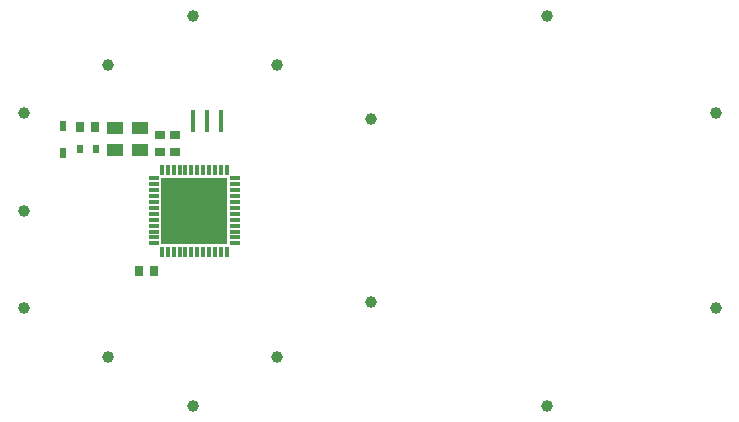
<source format=gbr>
G04*
G04 #@! TF.GenerationSoftware,Altium Limited,Altium Designer,25.8.1 (18)*
G04*
G04 Layer_Color=128*
%FSLAX44Y44*%
%MOMM*%
G71*
G04*
G04 #@! TF.SameCoordinates,DC2A109C-38F9-4662-A5C9-921089D2BF11*
G04*
G04*
G04 #@! TF.FilePolarity,Positive*
G04*
G01*
G75*
G04:AMPARAMS|DCode=18|XSize=1mm|YSize=1mm|CornerRadius=0.5mm|HoleSize=0mm|Usage=FLASHONLY|Rotation=90.000|XOffset=0mm|YOffset=0mm|HoleType=Round|Shape=RoundedRectangle|*
%AMROUNDEDRECTD18*
21,1,1.0000,0.0000,0,0,90.0*
21,1,0.0000,1.0000,0,0,90.0*
1,1,1.0000,0.0000,0.0000*
1,1,1.0000,0.0000,0.0000*
1,1,1.0000,0.0000,0.0000*
1,1,1.0000,0.0000,0.0000*
%
%ADD18ROUNDEDRECTD18*%
G04:AMPARAMS|DCode=20|XSize=1mm|YSize=1mm|CornerRadius=0.5mm|HoleSize=0mm|Usage=FLASHONLY|Rotation=210.000|XOffset=0mm|YOffset=0mm|HoleType=Round|Shape=RoundedRectangle|*
%AMROUNDEDRECTD20*
21,1,1.0000,0.0000,0,0,210.0*
21,1,0.0000,1.0000,0,0,210.0*
1,1,1.0000,0.0000,0.0000*
1,1,1.0000,0.0000,0.0000*
1,1,1.0000,0.0000,0.0000*
1,1,1.0000,0.0000,0.0000*
%
%ADD20ROUNDEDRECTD20*%
G04:AMPARAMS|DCode=21|XSize=1mm|YSize=1mm|CornerRadius=0.5mm|HoleSize=0mm|Usage=FLASHONLY|Rotation=150.000|XOffset=0mm|YOffset=0mm|HoleType=Round|Shape=RoundedRectangle|*
%AMROUNDEDRECTD21*
21,1,1.0000,0.0000,0,0,150.0*
21,1,0.0000,1.0000,0,0,150.0*
1,1,1.0000,0.0000,0.0000*
1,1,1.0000,0.0000,0.0000*
1,1,1.0000,0.0000,0.0000*
1,1,1.0000,0.0000,0.0000*
%
%ADD21ROUNDEDRECTD21*%
%ADD27R,0.8900X0.6400*%
%ADD46R,1.3970X1.0922*%
%ADD47R,0.5000X0.9000*%
%ADD48R,0.6000X0.8000*%
%ADD49R,0.8000X0.9500*%
%ADD50R,0.3000X0.8500*%
%ADD51R,0.8500X0.3000*%
%ADD52R,5.7000X5.7000*%
%ADD53R,0.4001X1.9000*%
D18*
X-1679Y77521D02*
D03*
Y-77521D02*
D03*
X-80899Y-123901D02*
D03*
X290700Y-82601D02*
D03*
X-295468Y82601D02*
D03*
X-223901Y123901D02*
D03*
D20*
X147599Y165199D02*
D03*
Y-165199D02*
D03*
X-152400Y165199D02*
D03*
Y-165199D02*
D03*
X-223901Y-123901D02*
D03*
X-80899Y123901D02*
D03*
D21*
X-295501Y0D02*
D03*
X-295468Y-82601D02*
D03*
X290700Y82601D02*
D03*
D27*
X-180237Y64056D02*
D03*
Y50056D02*
D03*
X-167537D02*
D03*
Y64056D02*
D03*
D46*
X-218186Y51689D02*
D03*
Y70231D02*
D03*
X-196596Y51689D02*
D03*
Y70231D02*
D03*
D47*
X-261928Y48953D02*
D03*
Y71953D02*
D03*
D48*
X-234046Y52070D02*
D03*
X-248046D02*
D03*
D49*
X-234796Y71120D02*
D03*
X-247296D02*
D03*
X-197766Y-50800D02*
D03*
X-185266D02*
D03*
D50*
X-178405Y34572D02*
D03*
X-173405D02*
D03*
X-168405D02*
D03*
X-163405D02*
D03*
X-158405D02*
D03*
X-153405D02*
D03*
X-133405D02*
D03*
X-128405D02*
D03*
X-123405D02*
D03*
Y-34428D02*
D03*
X-128405D02*
D03*
X-133405D02*
D03*
X-138405D02*
D03*
X-143405D02*
D03*
X-153405D02*
D03*
X-158405D02*
D03*
X-163405D02*
D03*
X-168405D02*
D03*
X-173405D02*
D03*
X-178405D02*
D03*
X-148405Y34572D02*
D03*
X-138405D02*
D03*
X-143405D02*
D03*
X-148405Y-34428D02*
D03*
D51*
X-116405Y27572D02*
D03*
Y22572D02*
D03*
Y17572D02*
D03*
Y12572D02*
D03*
Y7572D02*
D03*
Y2572D02*
D03*
Y-2428D02*
D03*
Y-7428D02*
D03*
Y-12428D02*
D03*
Y-17428D02*
D03*
Y-22428D02*
D03*
Y-27428D02*
D03*
X-185405D02*
D03*
Y-22428D02*
D03*
Y-17428D02*
D03*
Y-12428D02*
D03*
Y-7428D02*
D03*
Y-2428D02*
D03*
Y2572D02*
D03*
Y7572D02*
D03*
Y12572D02*
D03*
Y17572D02*
D03*
Y22572D02*
D03*
Y27572D02*
D03*
D52*
X-150905Y72D02*
D03*
D53*
X-128410Y76493D02*
D03*
X-140409D02*
D03*
X-152408D02*
D03*
M02*

</source>
